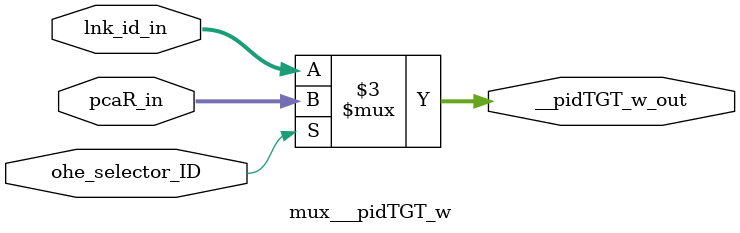
<source format=v>




`timescale 1ns/1ps

// module mux___pidTGT_w : mux___pidTGT_w
module mux___pidTGT_w
  ( input                    ohe_selector_ID,
    input      signed [31:0] lnk_id_in, // w32
    input      signed [31:0] pcaR_in, // w32
    output reg signed [31:0] __pidTGT_w_out // w32
  );


  // synopsys dc_tcl_script_begin
  // set_ungroup [current_design]
  // synopsys dc_tcl_script_end
  always @ (*)

  begin : p_mux___pidTGT_w

    // __pidTGT_w_out = 32'sh0;

    // (pidTGT_copy0_lnk_id_ID)
    // [ctrl.n:155][ctrl.n:194]
    __pidTGT_w_out = lnk_id_in;

    if (ohe_selector_ID) // (pidTGT_copy0_pcaR_ID)
    begin
      // [ctrl.n:114]
      __pidTGT_w_out = pcaR_in;
    end

  end

endmodule

</source>
